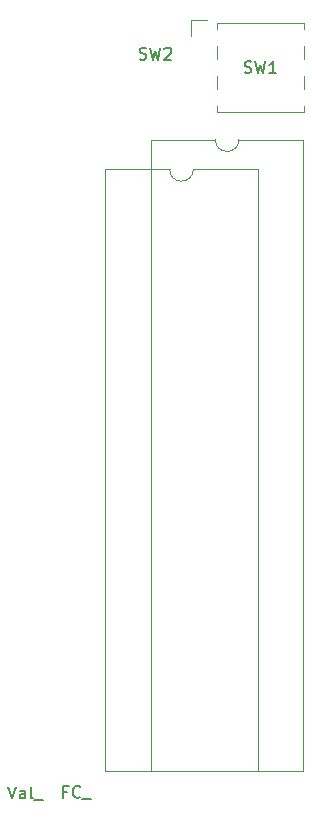
<source format=gbr>
%TF.GenerationSoftware,KiCad,Pcbnew,(6.0.7-1)-1*%
%TF.CreationDate,2022-09-30T17:05:21-04:00*%
%TF.ProjectId,tl866_27c322_adapter,746c3836-365f-4323-9763-3332325f6164,rev?*%
%TF.SameCoordinates,Original*%
%TF.FileFunction,Legend,Top*%
%TF.FilePolarity,Positive*%
%FSLAX46Y46*%
G04 Gerber Fmt 4.6, Leading zero omitted, Abs format (unit mm)*
G04 Created by KiCad (PCBNEW (6.0.7-1)-1) date 2022-09-30 17:05:21*
%MOMM*%
%LPD*%
G01*
G04 APERTURE LIST*
%ADD10C,0.150000*%
%ADD11C,0.120000*%
G04 APERTURE END LIST*
D10*
%TO.C,FC_*%
X126525404Y-118050071D02*
X126192071Y-118050071D01*
X126192071Y-118573880D02*
X126192071Y-117573880D01*
X126668261Y-117573880D01*
X127620642Y-118478642D02*
X127573023Y-118526261D01*
X127430166Y-118573880D01*
X127334928Y-118573880D01*
X127192071Y-118526261D01*
X127096833Y-118431023D01*
X127049214Y-118335785D01*
X127001595Y-118145309D01*
X127001595Y-118002452D01*
X127049214Y-117811976D01*
X127096833Y-117716738D01*
X127192071Y-117621500D01*
X127334928Y-117573880D01*
X127430166Y-117573880D01*
X127573023Y-117621500D01*
X127620642Y-117669119D01*
X127811119Y-118669119D02*
X128573023Y-118669119D01*
X121532828Y-117638580D02*
X121866161Y-118638580D01*
X122199495Y-117638580D01*
X122961400Y-118638580D02*
X122961400Y-118114771D01*
X122913780Y-118019533D01*
X122818542Y-117971914D01*
X122628066Y-117971914D01*
X122532828Y-118019533D01*
X122961400Y-118590961D02*
X122866161Y-118638580D01*
X122628066Y-118638580D01*
X122532828Y-118590961D01*
X122485209Y-118495723D01*
X122485209Y-118400485D01*
X122532828Y-118305247D01*
X122628066Y-118257628D01*
X122866161Y-118257628D01*
X122961400Y-118210009D01*
X123580447Y-118638580D02*
X123485209Y-118590961D01*
X123437590Y-118495723D01*
X123437590Y-117638580D01*
X123723304Y-118733819D02*
X124485209Y-118733819D01*
%TO.C,SW2*%
X132651666Y-56030761D02*
X132794523Y-56078380D01*
X133032619Y-56078380D01*
X133127857Y-56030761D01*
X133175476Y-55983142D01*
X133223095Y-55887904D01*
X133223095Y-55792666D01*
X133175476Y-55697428D01*
X133127857Y-55649809D01*
X133032619Y-55602190D01*
X132842142Y-55554571D01*
X132746904Y-55506952D01*
X132699285Y-55459333D01*
X132651666Y-55364095D01*
X132651666Y-55268857D01*
X132699285Y-55173619D01*
X132746904Y-55126000D01*
X132842142Y-55078380D01*
X133080238Y-55078380D01*
X133223095Y-55126000D01*
X133556428Y-55078380D02*
X133794523Y-56078380D01*
X133985000Y-55364095D01*
X134175476Y-56078380D01*
X134413571Y-55078380D01*
X134746904Y-55173619D02*
X134794523Y-55126000D01*
X134889761Y-55078380D01*
X135127857Y-55078380D01*
X135223095Y-55126000D01*
X135270714Y-55173619D01*
X135318333Y-55268857D01*
X135318333Y-55364095D01*
X135270714Y-55506952D01*
X134699285Y-56078380D01*
X135318333Y-56078380D01*
%TO.C,SW1*%
X141542966Y-57173761D02*
X141685823Y-57221380D01*
X141923919Y-57221380D01*
X142019157Y-57173761D01*
X142066776Y-57126142D01*
X142114395Y-57030904D01*
X142114395Y-56935666D01*
X142066776Y-56840428D01*
X142019157Y-56792809D01*
X141923919Y-56745190D01*
X141733442Y-56697571D01*
X141638204Y-56649952D01*
X141590585Y-56602333D01*
X141542966Y-56507095D01*
X141542966Y-56411857D01*
X141590585Y-56316619D01*
X141638204Y-56269000D01*
X141733442Y-56221380D01*
X141971538Y-56221380D01*
X142114395Y-56269000D01*
X142447728Y-56221380D02*
X142685823Y-57221380D01*
X142876300Y-56507095D01*
X143066776Y-57221380D01*
X143304871Y-56221380D01*
X144209633Y-57221380D02*
X143638204Y-57221380D01*
X143923919Y-57221380D02*
X143923919Y-56221380D01*
X143828680Y-56364238D01*
X143733442Y-56459476D01*
X143638204Y-56507095D01*
D11*
X139206300Y-60514900D02*
X146546300Y-60514900D01*
X137006300Y-54094900D02*
X137006300Y-52724900D01*
X139206300Y-57444900D02*
X139206300Y-58584900D01*
X139206300Y-53504900D02*
X139206300Y-52974900D01*
X146546300Y-52974900D02*
X146546300Y-53504900D01*
X146546300Y-57444900D02*
X146546300Y-58584900D01*
X146546300Y-60514900D02*
X146546300Y-59984900D01*
X139206300Y-52974900D02*
X146546300Y-52974900D01*
X137006300Y-52724900D02*
X138376300Y-52724900D01*
X139206300Y-54904900D02*
X139206300Y-56044900D01*
X139206300Y-59984900D02*
X139206300Y-60514900D01*
X146546300Y-54904900D02*
X146546300Y-56044900D01*
%TO.C,J1*%
X146515600Y-62855800D02*
X141055600Y-62855800D01*
X146515600Y-116315800D02*
X146515600Y-62855800D01*
X133595600Y-116315800D02*
X146515600Y-116315800D01*
X139055600Y-62855800D02*
X133595600Y-62855800D01*
X133595600Y-62855800D02*
X133595600Y-116315800D01*
X139055600Y-62855800D02*
G75*
G03*
X141055600Y-62855800I1000000J0D01*
G01*
%TO.C,J2*%
X135189800Y-65375400D02*
X129729800Y-65375400D01*
X142649800Y-116295400D02*
X142649800Y-65375400D01*
X142649800Y-65375400D02*
X137189800Y-65375400D01*
X129729800Y-65375400D02*
X129729800Y-116295400D01*
X129729800Y-116295400D02*
X142649800Y-116295400D01*
X135189800Y-65375400D02*
G75*
G03*
X137189800Y-65375400I1000000J0D01*
G01*
%TD*%
M02*

</source>
